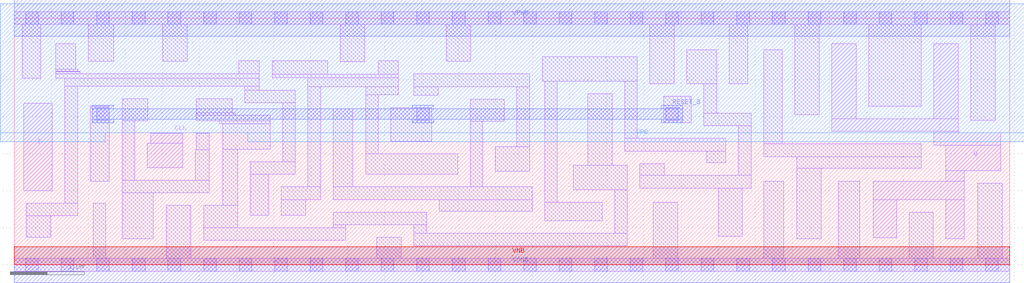
<source format=lef>
# Copyright 2020 The SkyWater PDK Authors
#
# Licensed under the Apache License, Version 2.0 (the "License");
# you may not use this file except in compliance with the License.
# You may obtain a copy of the License at
#
#     https://www.apache.org/licenses/LICENSE-2.0
#
# Unless required by applicable law or agreed to in writing, software
# distributed under the License is distributed on an "AS IS" BASIS,
# WITHOUT WARRANTIES OR CONDITIONS OF ANY KIND, either express or implied.
# See the License for the specific language governing permissions and
# limitations under the License.
#
# SPDX-License-Identifier: Apache-2.0

VERSION 5.7 ;
  NOWIREEXTENSIONATPIN ON ;
  DIVIDERCHAR "/" ;
  BUSBITCHARS "[]" ;
MACRO sky130_fd_sc_ls__dfrtp_4
  CLASS CORE ;
  FOREIGN sky130_fd_sc_ls__dfrtp_4 ;
  ORIGIN  0.000000  0.000000 ;
  SIZE  13.44000 BY  3.330000 ;
  SYMMETRY X Y R90 ;
  SITE unit ;
  PIN D
    ANTENNAGATEAREA  0.126000 ;
    DIRECTION INPUT ;
    USE SIGNAL ;
    PORT
      LAYER li1 ;
        RECT 0.125000 1.000000 0.515000 2.180000 ;
    END
  END D
  PIN Q
    ANTENNADIFFAREA  1.207100 ;
    DIRECTION OUTPUT ;
    USE SIGNAL ;
    PORT
      LAYER li1 ;
        RECT 11.035000 1.800000 12.740000 1.970000 ;
        RECT 11.035000 1.970000 11.365000 2.980000 ;
        RECT 11.595000 0.365000 11.910000 0.880000 ;
        RECT 11.595000 0.880000 12.825000 1.130000 ;
        RECT 12.410000 1.610000 13.315000 1.780000 ;
        RECT 12.410000 1.780000 12.740000 1.800000 ;
        RECT 12.410000 1.970000 12.740000 2.980000 ;
        RECT 12.575000 0.350000 12.825000 0.880000 ;
        RECT 12.575000 1.130000 12.825000 1.270000 ;
        RECT 12.575000 1.270000 13.315000 1.610000 ;
    END
  END Q
  PIN RESET_B
    ANTENNAGATEAREA  0.378000 ;
    DIRECTION INPUT ;
    USE SIGNAL ;
    PORT
      LAYER met1 ;
        RECT 1.055000 1.920000 1.345000 1.965000 ;
        RECT 1.055000 1.965000 9.025000 2.105000 ;
        RECT 1.055000 2.105000 1.345000 2.150000 ;
        RECT 5.375000 1.920000 5.665000 1.965000 ;
        RECT 5.375000 2.105000 5.665000 2.150000 ;
        RECT 8.735000 1.920000 9.025000 1.965000 ;
        RECT 8.735000 2.105000 9.025000 2.150000 ;
    END
  END RESET_B
  PIN VNB
    PORT
      LAYER pwell ;
        RECT 0.000000 0.000000 13.440000 0.245000 ;
    END
  END VNB
  PIN VPB
    PORT
      LAYER nwell ;
        RECT -0.190000 1.660000  1.225000 1.780000 ;
        RECT -0.190000 1.780000 13.630000 3.520000 ;
        RECT  3.150000 1.660000 13.630000 1.780000 ;
    END
  END VPB
  PIN CLK
    ANTENNAGATEAREA  0.261000 ;
    DIRECTION INPUT ;
    USE CLOCK ;
    PORT
      LAYER li1 ;
        RECT 1.795000 1.310000 2.275000 1.640000 ;
        RECT 1.845000 1.640000 2.275000 1.775000 ;
        RECT 2.045000 1.775000 2.275000 1.780000 ;
    END
  END CLK
  PIN VGND
    DIRECTION INOUT ;
    SHAPE ABUTMENT ;
    USE GROUND ;
    PORT
      LAYER met1 ;
        RECT 0.000000 -0.245000 13.440000 0.245000 ;
    END
  END VGND
  PIN VPWR
    DIRECTION INOUT ;
    SHAPE ABUTMENT ;
    USE POWER ;
    PORT
      LAYER met1 ;
        RECT 0.000000 3.085000 13.440000 3.575000 ;
    END
  END VPWR
  OBS
    LAYER li1 ;
      RECT  0.000000 -0.085000 13.440000 0.085000 ;
      RECT  0.000000  3.245000 13.440000 3.415000 ;
      RECT  0.110000  2.520000  0.360000 3.245000 ;
      RECT  0.165000  0.370000  0.495000 0.660000 ;
      RECT  0.165000  0.660000  0.855000 0.830000 ;
      RECT  0.560000  2.520000  3.310000 2.580000 ;
      RECT  0.560000  2.580000  0.890000 2.605000 ;
      RECT  0.560000  2.605000  0.875000 2.615000 ;
      RECT  0.560000  2.615000  0.860000 2.640000 ;
      RECT  0.560000  2.640000  0.830000 2.980000 ;
      RECT  0.685000  0.830000  0.855000 2.410000 ;
      RECT  0.685000  2.410000  3.310000 2.520000 ;
      RECT  1.000000  2.750000  1.340000 3.245000 ;
      RECT  1.025000  1.130000  1.285000 2.140000 ;
      RECT  1.065000  0.085000  1.235000 0.830000 ;
      RECT  1.455000  0.350000  1.875000 0.970000 ;
      RECT  1.455000  0.970000  2.510000 0.975000 ;
      RECT  1.455000  0.975000  2.635000 1.140000 ;
      RECT  1.455000  1.140000  1.625000 1.945000 ;
      RECT  1.455000  1.945000  1.805000 2.240000 ;
      RECT  2.005000  2.750000  2.335000 3.245000 ;
      RECT  2.055000  0.085000  2.385000 0.800000 ;
      RECT  2.445000  1.140000  2.635000 1.550000 ;
      RECT  2.455000  1.550000  2.635000 1.775000 ;
      RECT  2.455000  1.945000  3.455000 2.015000 ;
      RECT  2.455000  2.015000  2.985000 2.055000 ;
      RECT  2.455000  2.055000  2.940000 2.240000 ;
      RECT  2.555000  0.330000  4.475000 0.500000 ;
      RECT  2.555000  0.500000  3.015000 0.805000 ;
      RECT  2.770000  1.905000  3.455000 1.945000 ;
      RECT  2.815000  0.805000  3.015000 1.560000 ;
      RECT  2.815000  1.560000  3.455000 1.905000 ;
      RECT  3.030000  2.580000  3.310000 2.755000 ;
      RECT  3.110000  2.185000  3.795000 2.355000 ;
      RECT  3.110000  2.355000  3.310000 2.410000 ;
      RECT  3.185000  0.670000  3.435000 1.220000 ;
      RECT  3.185000  1.220000  3.795000 1.390000 ;
      RECT  3.480000  2.525000  5.180000 2.570000 ;
      RECT  3.480000  2.570000  4.230000 2.755000 ;
      RECT  3.605000  0.670000  3.935000 0.880000 ;
      RECT  3.605000  0.880000  4.135000 1.050000 ;
      RECT  3.625000  1.390000  3.795000 2.185000 ;
      RECT  3.965000  1.050000  4.135000 2.400000 ;
      RECT  3.965000  2.400000  5.180000 2.525000 ;
      RECT  4.305000  0.500000  4.475000 0.540000 ;
      RECT  4.305000  0.540000  5.565000 0.710000 ;
      RECT  4.305000  0.880000  6.990000 1.050000 ;
      RECT  4.305000  1.050000  4.570000 2.105000 ;
      RECT  4.400000  2.740000  4.730000 3.245000 ;
      RECT  4.745000  1.220000  5.985000 1.500000 ;
      RECT  4.745000  1.500000  4.915000 2.295000 ;
      RECT  4.745000  2.295000  5.180000 2.400000 ;
      RECT  4.895000  0.085000  5.225000 0.370000 ;
      RECT  4.915000  2.570000  5.180000 2.755000 ;
      RECT  5.085000  1.670000  5.635000 2.120000 ;
      RECT  5.395000  0.255000  8.275000 0.425000 ;
      RECT  5.395000  0.425000  5.565000 0.540000 ;
      RECT  5.395000  2.290000  5.725000 2.405000 ;
      RECT  5.395000  2.405000  6.955000 2.575000 ;
      RECT  5.735000  0.720000  6.990000 0.880000 ;
      RECT  5.830000  2.745000  6.165000 3.245000 ;
      RECT  6.155000  1.050000  6.325000 1.940000 ;
      RECT  6.155000  1.940000  6.615000 2.235000 ;
      RECT  6.495000  1.260000  6.955000 1.590000 ;
      RECT  6.785000  1.590000  6.955000 2.405000 ;
      RECT  7.125000  2.475000  8.410000 2.805000 ;
      RECT  7.160000  0.595000  7.935000 0.845000 ;
      RECT  7.160000  0.845000  7.330000 2.475000 ;
      RECT  7.545000  1.015000  8.275000 1.345000 ;
      RECT  7.740000  1.345000  8.070000 2.305000 ;
      RECT  8.105000  0.425000  8.275000 1.015000 ;
      RECT  8.240000  1.535000  9.605000 1.705000 ;
      RECT  8.240000  1.705000  8.410000 2.475000 ;
      RECT  8.445000  1.035000  9.945000 1.205000 ;
      RECT  8.445000  1.205000  8.775000 1.365000 ;
      RECT  8.580000  2.445000  8.910000 3.245000 ;
      RECT  8.625000  0.085000  8.955000 0.845000 ;
      RECT  8.765000  1.920000  9.140000 2.275000 ;
      RECT  9.080000  2.445000  9.480000 2.905000 ;
      RECT  9.310000  1.875000  9.945000 2.045000 ;
      RECT  9.310000  2.045000  9.480000 2.445000 ;
      RECT  9.345000  1.375000  9.605000 1.535000 ;
      RECT  9.500000  0.385000  9.830000 1.035000 ;
      RECT  9.650000  2.445000  9.900000 3.245000 ;
      RECT  9.775000  1.205000  9.945000 1.875000 ;
      RECT 10.115000  0.085000 10.390000 1.130000 ;
      RECT 10.115000  1.460000 12.240000 1.630000 ;
      RECT 10.115000  1.630000 10.365000 2.905000 ;
      RECT 10.535000  2.025000 10.865000 3.245000 ;
      RECT 10.560000  0.350000 10.890000 1.300000 ;
      RECT 10.560000  1.300000 12.240000 1.460000 ;
      RECT 11.120000  0.085000 11.410000 1.130000 ;
      RECT 11.535000  2.140000 12.240000 3.245000 ;
      RECT 12.080000  0.085000 12.405000 0.710000 ;
      RECT 12.910000  1.950000 13.240000 3.245000 ;
      RECT 13.005000  0.085000 13.335000 1.100000 ;
    LAYER mcon ;
      RECT  0.155000 -0.085000  0.325000 0.085000 ;
      RECT  0.155000  3.245000  0.325000 3.415000 ;
      RECT  0.635000 -0.085000  0.805000 0.085000 ;
      RECT  0.635000  3.245000  0.805000 3.415000 ;
      RECT  1.115000 -0.085000  1.285000 0.085000 ;
      RECT  1.115000  1.950000  1.285000 2.120000 ;
      RECT  1.115000  3.245000  1.285000 3.415000 ;
      RECT  1.595000 -0.085000  1.765000 0.085000 ;
      RECT  1.595000  3.245000  1.765000 3.415000 ;
      RECT  2.075000 -0.085000  2.245000 0.085000 ;
      RECT  2.075000  3.245000  2.245000 3.415000 ;
      RECT  2.555000 -0.085000  2.725000 0.085000 ;
      RECT  2.555000  3.245000  2.725000 3.415000 ;
      RECT  3.035000 -0.085000  3.205000 0.085000 ;
      RECT  3.035000  3.245000  3.205000 3.415000 ;
      RECT  3.515000 -0.085000  3.685000 0.085000 ;
      RECT  3.515000  3.245000  3.685000 3.415000 ;
      RECT  3.995000 -0.085000  4.165000 0.085000 ;
      RECT  3.995000  3.245000  4.165000 3.415000 ;
      RECT  4.475000 -0.085000  4.645000 0.085000 ;
      RECT  4.475000  3.245000  4.645000 3.415000 ;
      RECT  4.955000 -0.085000  5.125000 0.085000 ;
      RECT  4.955000  3.245000  5.125000 3.415000 ;
      RECT  5.435000 -0.085000  5.605000 0.085000 ;
      RECT  5.435000  1.950000  5.605000 2.120000 ;
      RECT  5.435000  3.245000  5.605000 3.415000 ;
      RECT  5.915000 -0.085000  6.085000 0.085000 ;
      RECT  5.915000  3.245000  6.085000 3.415000 ;
      RECT  6.395000 -0.085000  6.565000 0.085000 ;
      RECT  6.395000  3.245000  6.565000 3.415000 ;
      RECT  6.875000 -0.085000  7.045000 0.085000 ;
      RECT  6.875000  3.245000  7.045000 3.415000 ;
      RECT  7.355000 -0.085000  7.525000 0.085000 ;
      RECT  7.355000  3.245000  7.525000 3.415000 ;
      RECT  7.835000 -0.085000  8.005000 0.085000 ;
      RECT  7.835000  3.245000  8.005000 3.415000 ;
      RECT  8.315000 -0.085000  8.485000 0.085000 ;
      RECT  8.315000  3.245000  8.485000 3.415000 ;
      RECT  8.795000 -0.085000  8.965000 0.085000 ;
      RECT  8.795000  1.950000  8.965000 2.120000 ;
      RECT  8.795000  3.245000  8.965000 3.415000 ;
      RECT  9.275000 -0.085000  9.445000 0.085000 ;
      RECT  9.275000  3.245000  9.445000 3.415000 ;
      RECT  9.755000 -0.085000  9.925000 0.085000 ;
      RECT  9.755000  3.245000  9.925000 3.415000 ;
      RECT 10.235000 -0.085000 10.405000 0.085000 ;
      RECT 10.235000  3.245000 10.405000 3.415000 ;
      RECT 10.715000 -0.085000 10.885000 0.085000 ;
      RECT 10.715000  3.245000 10.885000 3.415000 ;
      RECT 11.195000 -0.085000 11.365000 0.085000 ;
      RECT 11.195000  3.245000 11.365000 3.415000 ;
      RECT 11.675000 -0.085000 11.845000 0.085000 ;
      RECT 11.675000  3.245000 11.845000 3.415000 ;
      RECT 12.155000 -0.085000 12.325000 0.085000 ;
      RECT 12.155000  3.245000 12.325000 3.415000 ;
      RECT 12.635000 -0.085000 12.805000 0.085000 ;
      RECT 12.635000  3.245000 12.805000 3.415000 ;
      RECT 13.115000 -0.085000 13.285000 0.085000 ;
      RECT 13.115000  3.245000 13.285000 3.415000 ;
  END
END sky130_fd_sc_ls__dfrtp_4
END LIBRARY

</source>
